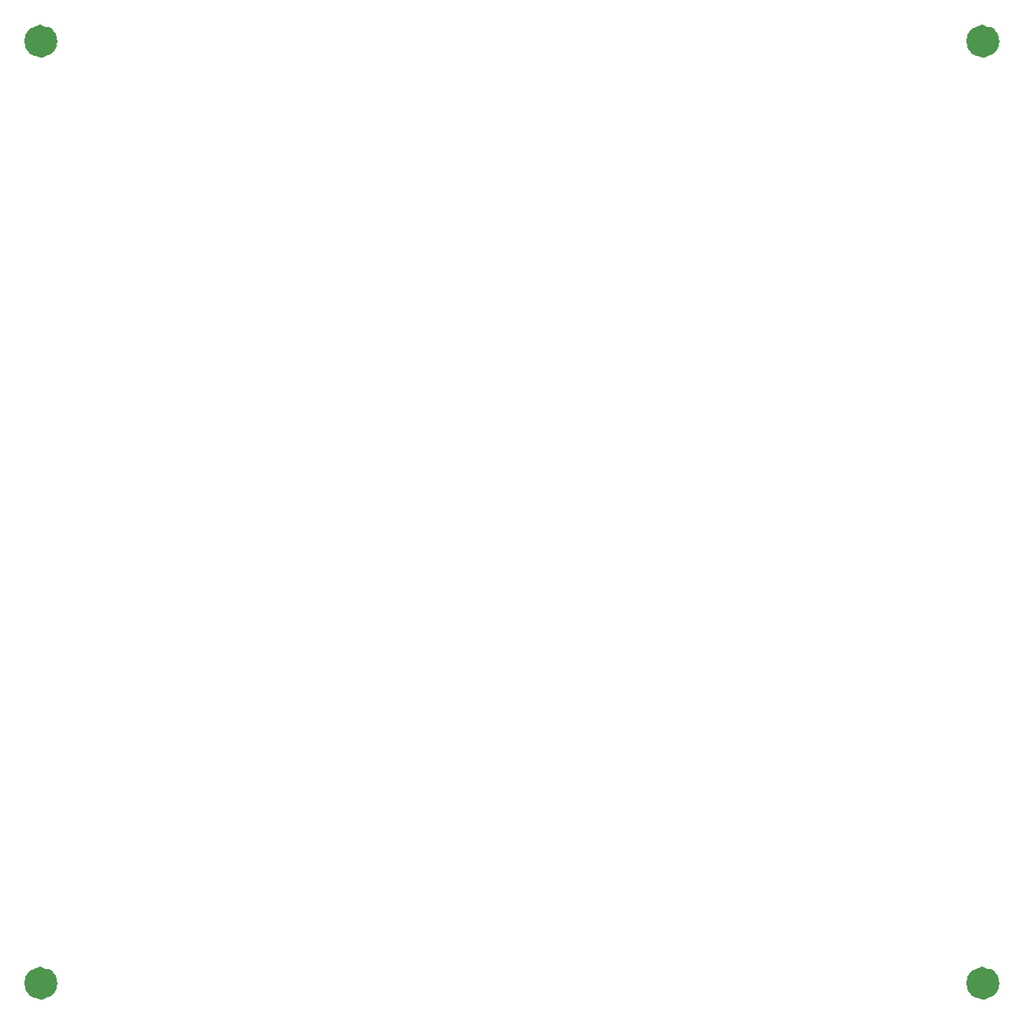
<source format=gbr>
%TF.GenerationSoftware,KiCad,Pcbnew,(6.0.5)*%
%TF.CreationDate,2022-08-30T13:23:16+01:00*%
%TF.ProjectId,STM32F405RGT6,53544d33-3246-4343-9035-524754362e6b,V22.08.0.1*%
%TF.SameCoordinates,PX544f408PY51135f0*%
%TF.FileFunction,Paste,Bot*%
%TF.FilePolarity,Positive*%
%FSLAX46Y46*%
G04 Gerber Fmt 4.6, Leading zero omitted, Abs format (unit mm)*
G04 Created by KiCad (PCBNEW (6.0.5)) date 2022-08-30 13:23:16*
%MOMM*%
%LPD*%
G01*
G04 APERTURE LIST*
%ADD10C,1.600500*%
G04 APERTURE END LIST*
D10*
X46520250Y-45466000D02*
G75*
G03*
X46520250Y-45466000I-800250J0D01*
G01*
X-44919750Y-45466000D02*
G75*
G03*
X-44919750Y-45466000I-800250J0D01*
G01*
X46520250Y45974000D02*
G75*
G03*
X46520250Y45974000I-800250J0D01*
G01*
X-44919750Y45974000D02*
G75*
G03*
X-44919750Y45974000I-800250J0D01*
G01*
M02*

</source>
